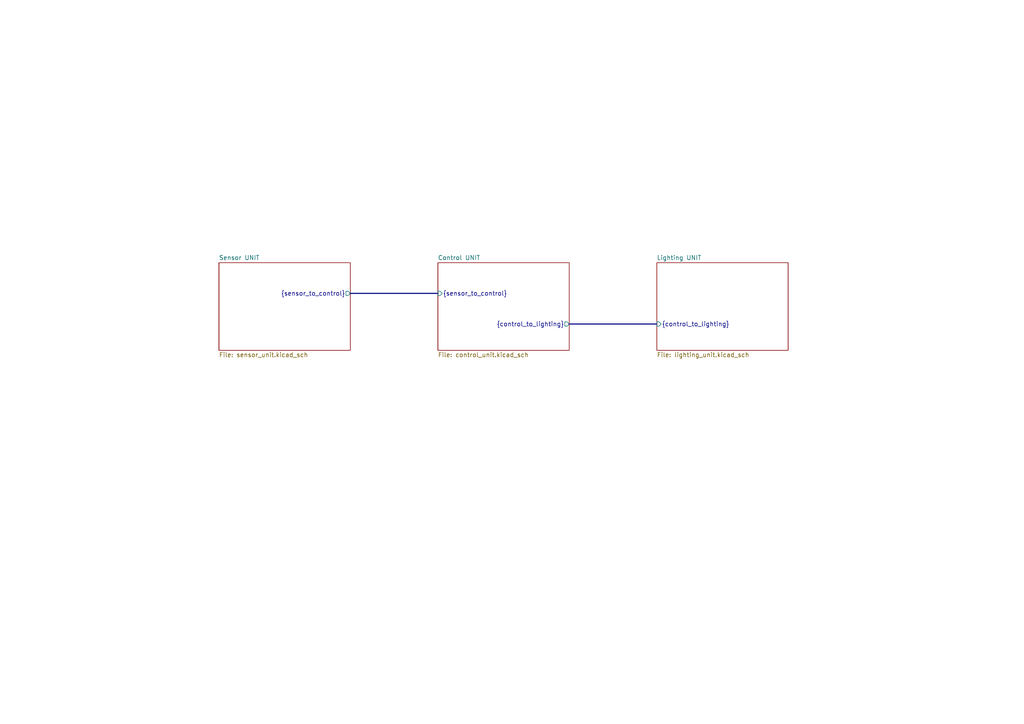
<source format=kicad_sch>
(kicad_sch
	(version 20231120)
	(generator "eeschema")
	(generator_version "8.0")
	(uuid "becb8d68-b287-47c5-9156-e53712089464")
	(paper "A4")
	(title_block
		(title "Block diagram of Drone control board units")
		(date "2024-07-09")
		(company "SCHOOL OF AIR DEFENCE - TANGA")
	)
	(lib_symbols)
	(bus_alias "control_to_lighting"
		(members "front_pin" "landing_pin" "beacon_pin" "strobe_pin" "nav_red_pin"
			"nav_green_pin" "nav_white_pin"
		)
	)
	(bus
		(pts
			(xy 165.1 93.98) (xy 190.5 93.98)
		)
		(stroke
			(width 0)
			(type default)
		)
		(uuid "33e47091-ec43-4f3f-9389-b1d03b5846bb")
	)
	(bus
		(pts
			(xy 101.6 85.09) (xy 127 85.09)
		)
		(stroke
			(width 0)
			(type default)
		)
		(uuid "48636a35-737f-49f4-8fb7-b3b013833e1e")
	)
	(sheet
		(at 127 76.2)
		(size 38.1 25.4)
		(fields_autoplaced yes)
		(stroke
			(width 0.1524)
			(type solid)
		)
		(fill
			(color 0 0 0 0.0000)
		)
		(uuid "671b72ba-f239-4872-9c6b-04ef43419eae")
		(property "Sheetname" "Control UNIT"
			(at 127 75.4884 0)
			(effects
				(font
					(size 1.27 1.27)
				)
				(justify left bottom)
			)
		)
		(property "Sheetfile" "control_unit.kicad_sch"
			(at 127 102.1846 0)
			(effects
				(font
					(size 1.27 1.27)
				)
				(justify left top)
			)
		)
		(pin "{control_to_lighting}" output
			(at 165.1 93.98 0)
			(effects
				(font
					(size 1.27 1.27)
				)
				(justify right)
			)
			(uuid "af55a49c-1481-401d-9a63-2aab04384da5")
		)
		(pin "{sensor_to_control}" input
			(at 127 85.09 180)
			(effects
				(font
					(size 1.27 1.27)
				)
				(justify left)
			)
			(uuid "d54b6836-2e37-4edf-88d1-7566aa84d5c5")
		)
		(instances
			(project "control_body"
				(path "/becb8d68-b287-47c5-9156-e53712089464"
					(page "2")
				)
			)
		)
	)
	(sheet
		(at 190.5 76.2)
		(size 38.1 25.4)
		(fields_autoplaced yes)
		(stroke
			(width 0.1524)
			(type solid)
		)
		(fill
			(color 0 0 0 0.0000)
		)
		(uuid "736cd8d8-d10d-4c50-875f-367576f865ea")
		(property "Sheetname" "Lighting UNIT"
			(at 190.5 75.4884 0)
			(effects
				(font
					(size 1.27 1.27)
				)
				(justify left bottom)
			)
		)
		(property "Sheetfile" "lighting_unit.kicad_sch"
			(at 190.5 102.1846 0)
			(effects
				(font
					(size 1.27 1.27)
				)
				(justify left top)
			)
		)
		(pin "{control_to_lighting}" input
			(at 190.5 93.98 180)
			(effects
				(font
					(size 1.27 1.27)
				)
				(justify left)
			)
			(uuid "fe2cded0-5ef0-4184-8680-3f4d0e50cef0")
		)
		(instances
			(project "control_body"
				(path "/becb8d68-b287-47c5-9156-e53712089464"
					(page "4")
				)
			)
		)
	)
	(sheet
		(at 63.5 76.2)
		(size 38.1 25.4)
		(fields_autoplaced yes)
		(stroke
			(width 0.1524)
			(type solid)
		)
		(fill
			(color 0 0 0 0.0000)
		)
		(uuid "c9744376-716c-4539-ba33-11d2c4299529")
		(property "Sheetname" "Sensor UNIT"
			(at 63.5 75.4884 0)
			(effects
				(font
					(size 1.27 1.27)
				)
				(justify left bottom)
			)
		)
		(property "Sheetfile" "sensor_unit.kicad_sch"
			(at 63.5 102.1846 0)
			(effects
				(font
					(size 1.27 1.27)
				)
				(justify left top)
			)
		)
		(pin "{sensor_to_control}" output
			(at 101.6 85.09 0)
			(effects
				(font
					(size 1.27 1.27)
				)
				(justify right)
			)
			(uuid "77c62809-d1dd-4693-b66e-747fd852c66f")
		)
		(instances
			(project "control_body"
				(path "/becb8d68-b287-47c5-9156-e53712089464"
					(page "3")
				)
			)
		)
	)
	(sheet_instances
		(path "/"
			(page "1")
		)
	)
)

</source>
